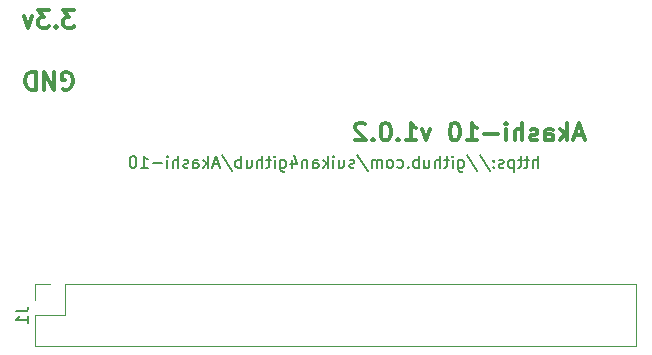
<source format=gbo>
%TF.GenerationSoftware,KiCad,Pcbnew,5.1.12-84ad8e8a86~92~ubuntu20.04.1*%
%TF.CreationDate,2022-08-11T21:58:25+09:00*%
%TF.ProjectId,Akashi-10,416b6173-6869-42d3-9130-2e6b69636164,rev?*%
%TF.SameCoordinates,Original*%
%TF.FileFunction,Legend,Bot*%
%TF.FilePolarity,Positive*%
%FSLAX46Y46*%
G04 Gerber Fmt 4.6, Leading zero omitted, Abs format (unit mm)*
G04 Created by KiCad (PCBNEW 5.1.12-84ad8e8a86~92~ubuntu20.04.1) date 2022-08-11 21:58:25*
%MOMM*%
%LPD*%
G01*
G04 APERTURE LIST*
%ADD10C,0.200000*%
%ADD11C,0.300000*%
%ADD12C,0.120000*%
%ADD13C,0.150000*%
G04 APERTURE END LIST*
D10*
X169281904Y-104797380D02*
X169281904Y-103797380D01*
X168853333Y-104797380D02*
X168853333Y-104273571D01*
X168900952Y-104178333D01*
X168996190Y-104130714D01*
X169139047Y-104130714D01*
X169234285Y-104178333D01*
X169281904Y-104225952D01*
X168520000Y-104130714D02*
X168139047Y-104130714D01*
X168377142Y-103797380D02*
X168377142Y-104654523D01*
X168329523Y-104749761D01*
X168234285Y-104797380D01*
X168139047Y-104797380D01*
X167948571Y-104130714D02*
X167567619Y-104130714D01*
X167805714Y-103797380D02*
X167805714Y-104654523D01*
X167758095Y-104749761D01*
X167662857Y-104797380D01*
X167567619Y-104797380D01*
X167234285Y-104130714D02*
X167234285Y-105130714D01*
X167234285Y-104178333D02*
X167139047Y-104130714D01*
X166948571Y-104130714D01*
X166853333Y-104178333D01*
X166805714Y-104225952D01*
X166758095Y-104321190D01*
X166758095Y-104606904D01*
X166805714Y-104702142D01*
X166853333Y-104749761D01*
X166948571Y-104797380D01*
X167139047Y-104797380D01*
X167234285Y-104749761D01*
X166377142Y-104749761D02*
X166281904Y-104797380D01*
X166091428Y-104797380D01*
X165996190Y-104749761D01*
X165948571Y-104654523D01*
X165948571Y-104606904D01*
X165996190Y-104511666D01*
X166091428Y-104464047D01*
X166234285Y-104464047D01*
X166329523Y-104416428D01*
X166377142Y-104321190D01*
X166377142Y-104273571D01*
X166329523Y-104178333D01*
X166234285Y-104130714D01*
X166091428Y-104130714D01*
X165996190Y-104178333D01*
X165520000Y-104702142D02*
X165472380Y-104749761D01*
X165520000Y-104797380D01*
X165567619Y-104749761D01*
X165520000Y-104702142D01*
X165520000Y-104797380D01*
X165520000Y-104178333D02*
X165472380Y-104225952D01*
X165520000Y-104273571D01*
X165567619Y-104225952D01*
X165520000Y-104178333D01*
X165520000Y-104273571D01*
X164329523Y-103749761D02*
X165186666Y-105035476D01*
X163281904Y-103749761D02*
X164139047Y-105035476D01*
X162520000Y-104130714D02*
X162520000Y-104940238D01*
X162567619Y-105035476D01*
X162615238Y-105083095D01*
X162710476Y-105130714D01*
X162853333Y-105130714D01*
X162948571Y-105083095D01*
X162520000Y-104749761D02*
X162615238Y-104797380D01*
X162805714Y-104797380D01*
X162900952Y-104749761D01*
X162948571Y-104702142D01*
X162996190Y-104606904D01*
X162996190Y-104321190D01*
X162948571Y-104225952D01*
X162900952Y-104178333D01*
X162805714Y-104130714D01*
X162615238Y-104130714D01*
X162520000Y-104178333D01*
X162043809Y-104797380D02*
X162043809Y-104130714D01*
X162043809Y-103797380D02*
X162091428Y-103845000D01*
X162043809Y-103892619D01*
X161996190Y-103845000D01*
X162043809Y-103797380D01*
X162043809Y-103892619D01*
X161710476Y-104130714D02*
X161329523Y-104130714D01*
X161567619Y-103797380D02*
X161567619Y-104654523D01*
X161520000Y-104749761D01*
X161424761Y-104797380D01*
X161329523Y-104797380D01*
X160996190Y-104797380D02*
X160996190Y-103797380D01*
X160567619Y-104797380D02*
X160567619Y-104273571D01*
X160615238Y-104178333D01*
X160710476Y-104130714D01*
X160853333Y-104130714D01*
X160948571Y-104178333D01*
X160996190Y-104225952D01*
X159662857Y-104130714D02*
X159662857Y-104797380D01*
X160091428Y-104130714D02*
X160091428Y-104654523D01*
X160043809Y-104749761D01*
X159948571Y-104797380D01*
X159805714Y-104797380D01*
X159710476Y-104749761D01*
X159662857Y-104702142D01*
X159186666Y-104797380D02*
X159186666Y-103797380D01*
X159186666Y-104178333D02*
X159091428Y-104130714D01*
X158900952Y-104130714D01*
X158805714Y-104178333D01*
X158758095Y-104225952D01*
X158710476Y-104321190D01*
X158710476Y-104606904D01*
X158758095Y-104702142D01*
X158805714Y-104749761D01*
X158900952Y-104797380D01*
X159091428Y-104797380D01*
X159186666Y-104749761D01*
X158281904Y-104702142D02*
X158234285Y-104749761D01*
X158281904Y-104797380D01*
X158329523Y-104749761D01*
X158281904Y-104702142D01*
X158281904Y-104797380D01*
X157377142Y-104749761D02*
X157472380Y-104797380D01*
X157662857Y-104797380D01*
X157758095Y-104749761D01*
X157805714Y-104702142D01*
X157853333Y-104606904D01*
X157853333Y-104321190D01*
X157805714Y-104225952D01*
X157758095Y-104178333D01*
X157662857Y-104130714D01*
X157472380Y-104130714D01*
X157377142Y-104178333D01*
X156805714Y-104797380D02*
X156900952Y-104749761D01*
X156948571Y-104702142D01*
X156996190Y-104606904D01*
X156996190Y-104321190D01*
X156948571Y-104225952D01*
X156900952Y-104178333D01*
X156805714Y-104130714D01*
X156662857Y-104130714D01*
X156567619Y-104178333D01*
X156520000Y-104225952D01*
X156472380Y-104321190D01*
X156472380Y-104606904D01*
X156520000Y-104702142D01*
X156567619Y-104749761D01*
X156662857Y-104797380D01*
X156805714Y-104797380D01*
X156043809Y-104797380D02*
X156043809Y-104130714D01*
X156043809Y-104225952D02*
X155996190Y-104178333D01*
X155900952Y-104130714D01*
X155758095Y-104130714D01*
X155662857Y-104178333D01*
X155615238Y-104273571D01*
X155615238Y-104797380D01*
X155615238Y-104273571D02*
X155567619Y-104178333D01*
X155472380Y-104130714D01*
X155329523Y-104130714D01*
X155234285Y-104178333D01*
X155186666Y-104273571D01*
X155186666Y-104797380D01*
X153996190Y-103749761D02*
X154853333Y-105035476D01*
X153710476Y-104749761D02*
X153615238Y-104797380D01*
X153424761Y-104797380D01*
X153329523Y-104749761D01*
X153281904Y-104654523D01*
X153281904Y-104606904D01*
X153329523Y-104511666D01*
X153424761Y-104464047D01*
X153567619Y-104464047D01*
X153662857Y-104416428D01*
X153710476Y-104321190D01*
X153710476Y-104273571D01*
X153662857Y-104178333D01*
X153567619Y-104130714D01*
X153424761Y-104130714D01*
X153329523Y-104178333D01*
X152424761Y-104130714D02*
X152424761Y-104797380D01*
X152853333Y-104130714D02*
X152853333Y-104654523D01*
X152805714Y-104749761D01*
X152710476Y-104797380D01*
X152567619Y-104797380D01*
X152472380Y-104749761D01*
X152424761Y-104702142D01*
X151948571Y-104797380D02*
X151948571Y-104130714D01*
X151948571Y-103797380D02*
X151996190Y-103845000D01*
X151948571Y-103892619D01*
X151900952Y-103845000D01*
X151948571Y-103797380D01*
X151948571Y-103892619D01*
X151472380Y-104797380D02*
X151472380Y-103797380D01*
X151377142Y-104416428D02*
X151091428Y-104797380D01*
X151091428Y-104130714D02*
X151472380Y-104511666D01*
X150234285Y-104797380D02*
X150234285Y-104273571D01*
X150281904Y-104178333D01*
X150377142Y-104130714D01*
X150567619Y-104130714D01*
X150662857Y-104178333D01*
X150234285Y-104749761D02*
X150329523Y-104797380D01*
X150567619Y-104797380D01*
X150662857Y-104749761D01*
X150710476Y-104654523D01*
X150710476Y-104559285D01*
X150662857Y-104464047D01*
X150567619Y-104416428D01*
X150329523Y-104416428D01*
X150234285Y-104368809D01*
X149758095Y-104130714D02*
X149758095Y-104797380D01*
X149758095Y-104225952D02*
X149710476Y-104178333D01*
X149615238Y-104130714D01*
X149472380Y-104130714D01*
X149377142Y-104178333D01*
X149329523Y-104273571D01*
X149329523Y-104797380D01*
X148424761Y-104130714D02*
X148424761Y-104797380D01*
X148662857Y-103749761D02*
X148900952Y-104464047D01*
X148281904Y-104464047D01*
X147472380Y-104130714D02*
X147472380Y-104940238D01*
X147520000Y-105035476D01*
X147567619Y-105083095D01*
X147662857Y-105130714D01*
X147805714Y-105130714D01*
X147900952Y-105083095D01*
X147472380Y-104749761D02*
X147567619Y-104797380D01*
X147758095Y-104797380D01*
X147853333Y-104749761D01*
X147900952Y-104702142D01*
X147948571Y-104606904D01*
X147948571Y-104321190D01*
X147900952Y-104225952D01*
X147853333Y-104178333D01*
X147758095Y-104130714D01*
X147567619Y-104130714D01*
X147472380Y-104178333D01*
X146996190Y-104797380D02*
X146996190Y-104130714D01*
X146996190Y-103797380D02*
X147043809Y-103845000D01*
X146996190Y-103892619D01*
X146948571Y-103845000D01*
X146996190Y-103797380D01*
X146996190Y-103892619D01*
X146662857Y-104130714D02*
X146281904Y-104130714D01*
X146520000Y-103797380D02*
X146520000Y-104654523D01*
X146472380Y-104749761D01*
X146377142Y-104797380D01*
X146281904Y-104797380D01*
X145948571Y-104797380D02*
X145948571Y-103797380D01*
X145520000Y-104797380D02*
X145520000Y-104273571D01*
X145567619Y-104178333D01*
X145662857Y-104130714D01*
X145805714Y-104130714D01*
X145900952Y-104178333D01*
X145948571Y-104225952D01*
X144615238Y-104130714D02*
X144615238Y-104797380D01*
X145043809Y-104130714D02*
X145043809Y-104654523D01*
X144996190Y-104749761D01*
X144900952Y-104797380D01*
X144758095Y-104797380D01*
X144662857Y-104749761D01*
X144615238Y-104702142D01*
X144139047Y-104797380D02*
X144139047Y-103797380D01*
X144139047Y-104178333D02*
X144043809Y-104130714D01*
X143853333Y-104130714D01*
X143758095Y-104178333D01*
X143710476Y-104225952D01*
X143662857Y-104321190D01*
X143662857Y-104606904D01*
X143710476Y-104702142D01*
X143758095Y-104749761D01*
X143853333Y-104797380D01*
X144043809Y-104797380D01*
X144139047Y-104749761D01*
X142520000Y-103749761D02*
X143377142Y-105035476D01*
X142234285Y-104511666D02*
X141758095Y-104511666D01*
X142329523Y-104797380D02*
X141996190Y-103797380D01*
X141662857Y-104797380D01*
X141329523Y-104797380D02*
X141329523Y-103797380D01*
X141234285Y-104416428D02*
X140948571Y-104797380D01*
X140948571Y-104130714D02*
X141329523Y-104511666D01*
X140091428Y-104797380D02*
X140091428Y-104273571D01*
X140139047Y-104178333D01*
X140234285Y-104130714D01*
X140424761Y-104130714D01*
X140520000Y-104178333D01*
X140091428Y-104749761D02*
X140186666Y-104797380D01*
X140424761Y-104797380D01*
X140520000Y-104749761D01*
X140567619Y-104654523D01*
X140567619Y-104559285D01*
X140520000Y-104464047D01*
X140424761Y-104416428D01*
X140186666Y-104416428D01*
X140091428Y-104368809D01*
X139662857Y-104749761D02*
X139567619Y-104797380D01*
X139377142Y-104797380D01*
X139281904Y-104749761D01*
X139234285Y-104654523D01*
X139234285Y-104606904D01*
X139281904Y-104511666D01*
X139377142Y-104464047D01*
X139520000Y-104464047D01*
X139615238Y-104416428D01*
X139662857Y-104321190D01*
X139662857Y-104273571D01*
X139615238Y-104178333D01*
X139520000Y-104130714D01*
X139377142Y-104130714D01*
X139281904Y-104178333D01*
X138805714Y-104797380D02*
X138805714Y-103797380D01*
X138377142Y-104797380D02*
X138377142Y-104273571D01*
X138424761Y-104178333D01*
X138520000Y-104130714D01*
X138662857Y-104130714D01*
X138758095Y-104178333D01*
X138805714Y-104225952D01*
X137900952Y-104797380D02*
X137900952Y-104130714D01*
X137900952Y-103797380D02*
X137948571Y-103845000D01*
X137900952Y-103892619D01*
X137853333Y-103845000D01*
X137900952Y-103797380D01*
X137900952Y-103892619D01*
X137424761Y-104416428D02*
X136662857Y-104416428D01*
X135662857Y-104797380D02*
X136234285Y-104797380D01*
X135948571Y-104797380D02*
X135948571Y-103797380D01*
X136043809Y-103940238D01*
X136139047Y-104035476D01*
X136234285Y-104083095D01*
X135043809Y-103797380D02*
X134948571Y-103797380D01*
X134853333Y-103845000D01*
X134805714Y-103892619D01*
X134758095Y-103987857D01*
X134710476Y-104178333D01*
X134710476Y-104416428D01*
X134758095Y-104606904D01*
X134805714Y-104702142D01*
X134853333Y-104749761D01*
X134948571Y-104797380D01*
X135043809Y-104797380D01*
X135139047Y-104749761D01*
X135186666Y-104702142D01*
X135234285Y-104606904D01*
X135281904Y-104416428D01*
X135281904Y-104178333D01*
X135234285Y-103987857D01*
X135186666Y-103892619D01*
X135139047Y-103845000D01*
X135043809Y-103797380D01*
D11*
X173092857Y-102055000D02*
X172378571Y-102055000D01*
X173235714Y-102483571D02*
X172735714Y-100983571D01*
X172235714Y-102483571D01*
X171735714Y-102483571D02*
X171735714Y-100983571D01*
X171592857Y-101912142D02*
X171164285Y-102483571D01*
X171164285Y-101483571D02*
X171735714Y-102055000D01*
X169878571Y-102483571D02*
X169878571Y-101697857D01*
X169950000Y-101555000D01*
X170092857Y-101483571D01*
X170378571Y-101483571D01*
X170521428Y-101555000D01*
X169878571Y-102412142D02*
X170021428Y-102483571D01*
X170378571Y-102483571D01*
X170521428Y-102412142D01*
X170592857Y-102269285D01*
X170592857Y-102126428D01*
X170521428Y-101983571D01*
X170378571Y-101912142D01*
X170021428Y-101912142D01*
X169878571Y-101840714D01*
X169235714Y-102412142D02*
X169092857Y-102483571D01*
X168807142Y-102483571D01*
X168664285Y-102412142D01*
X168592857Y-102269285D01*
X168592857Y-102197857D01*
X168664285Y-102055000D01*
X168807142Y-101983571D01*
X169021428Y-101983571D01*
X169164285Y-101912142D01*
X169235714Y-101769285D01*
X169235714Y-101697857D01*
X169164285Y-101555000D01*
X169021428Y-101483571D01*
X168807142Y-101483571D01*
X168664285Y-101555000D01*
X167950000Y-102483571D02*
X167950000Y-100983571D01*
X167307142Y-102483571D02*
X167307142Y-101697857D01*
X167378571Y-101555000D01*
X167521428Y-101483571D01*
X167735714Y-101483571D01*
X167878571Y-101555000D01*
X167950000Y-101626428D01*
X166592857Y-102483571D02*
X166592857Y-101483571D01*
X166592857Y-100983571D02*
X166664285Y-101055000D01*
X166592857Y-101126428D01*
X166521428Y-101055000D01*
X166592857Y-100983571D01*
X166592857Y-101126428D01*
X165878571Y-101912142D02*
X164735714Y-101912142D01*
X163235714Y-102483571D02*
X164092857Y-102483571D01*
X163664285Y-102483571D02*
X163664285Y-100983571D01*
X163807142Y-101197857D01*
X163950000Y-101340714D01*
X164092857Y-101412142D01*
X162307142Y-100983571D02*
X162164285Y-100983571D01*
X162021428Y-101055000D01*
X161950000Y-101126428D01*
X161878571Y-101269285D01*
X161807142Y-101555000D01*
X161807142Y-101912142D01*
X161878571Y-102197857D01*
X161950000Y-102340714D01*
X162021428Y-102412142D01*
X162164285Y-102483571D01*
X162307142Y-102483571D01*
X162450000Y-102412142D01*
X162521428Y-102340714D01*
X162592857Y-102197857D01*
X162664285Y-101912142D01*
X162664285Y-101555000D01*
X162592857Y-101269285D01*
X162521428Y-101126428D01*
X162450000Y-101055000D01*
X162307142Y-100983571D01*
X160164285Y-101483571D02*
X159807142Y-102483571D01*
X159450000Y-101483571D01*
X158092857Y-102483571D02*
X158950000Y-102483571D01*
X158521428Y-102483571D02*
X158521428Y-100983571D01*
X158664285Y-101197857D01*
X158807142Y-101340714D01*
X158950000Y-101412142D01*
X157450000Y-102340714D02*
X157378571Y-102412142D01*
X157450000Y-102483571D01*
X157521428Y-102412142D01*
X157450000Y-102340714D01*
X157450000Y-102483571D01*
X156450000Y-100983571D02*
X156307142Y-100983571D01*
X156164285Y-101055000D01*
X156092857Y-101126428D01*
X156021428Y-101269285D01*
X155950000Y-101555000D01*
X155950000Y-101912142D01*
X156021428Y-102197857D01*
X156092857Y-102340714D01*
X156164285Y-102412142D01*
X156307142Y-102483571D01*
X156450000Y-102483571D01*
X156592857Y-102412142D01*
X156664285Y-102340714D01*
X156735714Y-102197857D01*
X156807142Y-101912142D01*
X156807142Y-101555000D01*
X156735714Y-101269285D01*
X156664285Y-101126428D01*
X156592857Y-101055000D01*
X156450000Y-100983571D01*
X155307142Y-102340714D02*
X155235714Y-102412142D01*
X155307142Y-102483571D01*
X155378571Y-102412142D01*
X155307142Y-102340714D01*
X155307142Y-102483571D01*
X154664285Y-101126428D02*
X154592857Y-101055000D01*
X154450000Y-100983571D01*
X154092857Y-100983571D01*
X153950000Y-101055000D01*
X153878571Y-101126428D01*
X153807142Y-101269285D01*
X153807142Y-101412142D01*
X153878571Y-101626428D01*
X154735714Y-102483571D01*
X153807142Y-102483571D01*
X129032857Y-98110000D02*
X129175714Y-98181428D01*
X129390000Y-98181428D01*
X129604285Y-98110000D01*
X129747142Y-97967142D01*
X129818571Y-97824285D01*
X129890000Y-97538571D01*
X129890000Y-97324285D01*
X129818571Y-97038571D01*
X129747142Y-96895714D01*
X129604285Y-96752857D01*
X129390000Y-96681428D01*
X129247142Y-96681428D01*
X129032857Y-96752857D01*
X128961428Y-96824285D01*
X128961428Y-97324285D01*
X129247142Y-97324285D01*
X128318571Y-96681428D02*
X128318571Y-98181428D01*
X127461428Y-96681428D01*
X127461428Y-98181428D01*
X126747142Y-96681428D02*
X126747142Y-98181428D01*
X126390000Y-98181428D01*
X126175714Y-98110000D01*
X126032857Y-97967142D01*
X125961428Y-97824285D01*
X125890000Y-97538571D01*
X125890000Y-97324285D01*
X125961428Y-97038571D01*
X126032857Y-96895714D01*
X126175714Y-96752857D01*
X126390000Y-96681428D01*
X126747142Y-96681428D01*
X130032857Y-91458571D02*
X129104285Y-91458571D01*
X129604285Y-92030000D01*
X129390000Y-92030000D01*
X129247142Y-92101428D01*
X129175714Y-92172857D01*
X129104285Y-92315714D01*
X129104285Y-92672857D01*
X129175714Y-92815714D01*
X129247142Y-92887142D01*
X129390000Y-92958571D01*
X129818571Y-92958571D01*
X129961428Y-92887142D01*
X130032857Y-92815714D01*
X128461428Y-92815714D02*
X128390000Y-92887142D01*
X128461428Y-92958571D01*
X128532857Y-92887142D01*
X128461428Y-92815714D01*
X128461428Y-92958571D01*
X127890000Y-91458571D02*
X126961428Y-91458571D01*
X127461428Y-92030000D01*
X127247142Y-92030000D01*
X127104285Y-92101428D01*
X127032857Y-92172857D01*
X126961428Y-92315714D01*
X126961428Y-92672857D01*
X127032857Y-92815714D01*
X127104285Y-92887142D01*
X127247142Y-92958571D01*
X127675714Y-92958571D01*
X127818571Y-92887142D01*
X127890000Y-92815714D01*
X126461428Y-91958571D02*
X126104285Y-92958571D01*
X125747142Y-91958571D01*
D12*
%TO.C,J1*%
X126670000Y-114670000D02*
X126670000Y-116000000D01*
X128000000Y-114670000D02*
X126670000Y-114670000D01*
X126670000Y-117270000D02*
X126670000Y-119870000D01*
X129270000Y-117270000D02*
X126670000Y-117270000D01*
X129270000Y-114670000D02*
X129270000Y-117270000D01*
X126670000Y-119870000D02*
X177590000Y-119870000D01*
X129270000Y-114670000D02*
X177590000Y-114670000D01*
X177590000Y-114670000D02*
X177590000Y-119870000D01*
D13*
X125122380Y-116936666D02*
X125836666Y-116936666D01*
X125979523Y-116889047D01*
X126074761Y-116793809D01*
X126122380Y-116650952D01*
X126122380Y-116555714D01*
X126122380Y-117936666D02*
X126122380Y-117365238D01*
X126122380Y-117650952D02*
X125122380Y-117650952D01*
X125265238Y-117555714D01*
X125360476Y-117460476D01*
X125408095Y-117365238D01*
%TD*%
M02*

</source>
